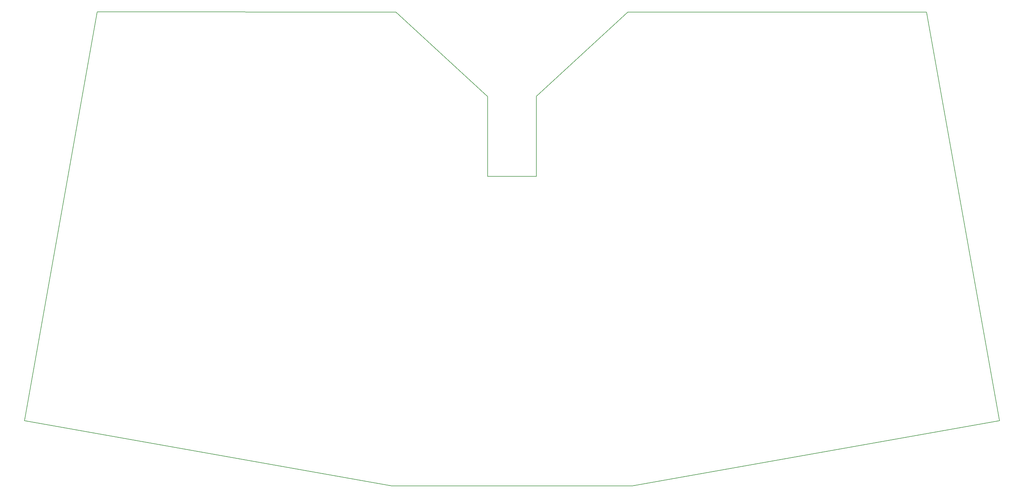
<source format=gbr>
G04 #@! TF.GenerationSoftware,KiCad,Pcbnew,(5.0.2)-1*
G04 #@! TF.CreationDate,2019-02-25T13:46:33+08:00*
G04 #@! TF.ProjectId,Kisaragi,4b697361-7261-4676-992e-6b696361645f,rev?*
G04 #@! TF.SameCoordinates,Original*
G04 #@! TF.FileFunction,Profile,NP*
%FSLAX46Y46*%
G04 Gerber Fmt 4.6, Leading zero omitted, Abs format (unit mm)*
G04 Created by KiCad (PCBNEW (5.0.2)-1) date 25/02/2019 13:46:33*
%MOMM*%
%LPD*%
G01*
G04 APERTURE LIST*
%ADD10C,0.150000*%
G04 APERTURE END LIST*
D10*
X179610000Y-92040000D02*
X87760000Y-92010000D01*
X207780000Y-118020000D02*
X179610000Y-92040000D01*
X207780000Y-142590000D02*
X207780000Y-118020000D01*
X222780000Y-142610000D02*
X207780000Y-142590000D01*
X222810000Y-118000000D02*
X222780000Y-142610000D01*
X250900000Y-92020000D02*
X222810000Y-118000000D01*
X342770000Y-92040000D02*
X250900000Y-92020000D01*
X65420000Y-217780000D02*
X87760000Y-92010000D01*
X178350000Y-237850000D02*
X65420000Y-217780000D01*
X252210000Y-237850000D02*
X178350000Y-237850000D01*
X365150000Y-217800000D02*
X252210000Y-237850000D01*
X342780000Y-92060000D02*
X365150000Y-217800000D01*
M02*

</source>
